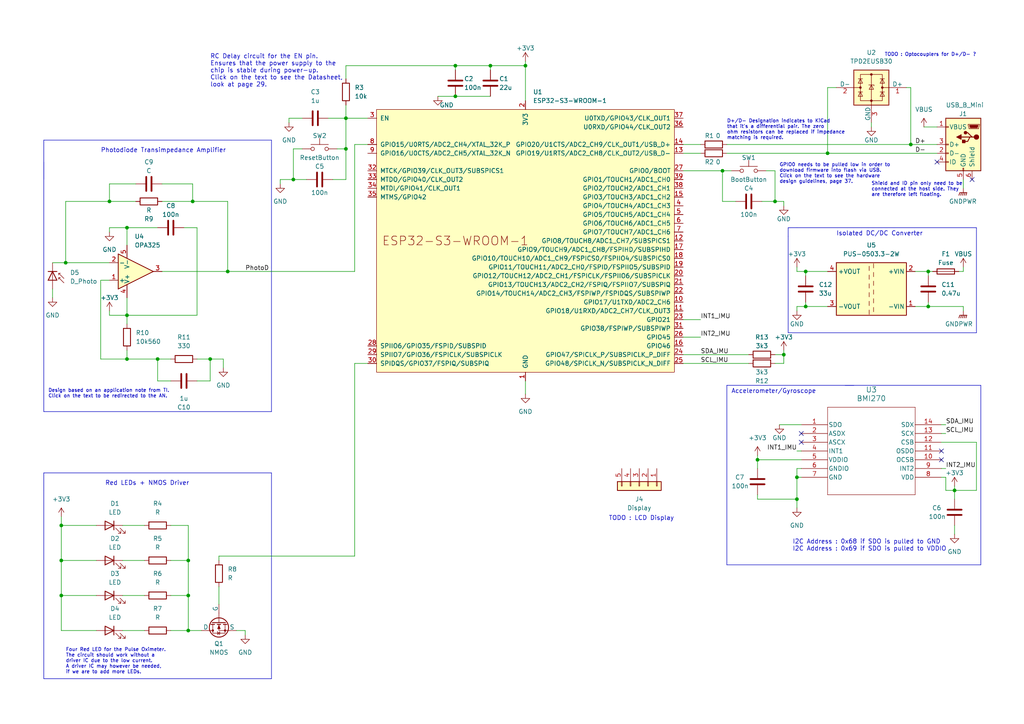
<source format=kicad_sch>
(kicad_sch (version 20230121) (generator eeschema)
  (paper "A4")
  (title_block (title "BioSensorBox Project") (date "2023-11-23") (rev "1.0") (company "Jad Haidamous"))
  (lib_symbols
    (symbol "Connector:USB_B_Mini" (pin_names (offset 1.016))
      (property "Reference" "J" (at -5.08 11.43 0))
      (property "Value" "USB_B_Mini" (at -5.08 8.89 0))
      (symbol "USB_B_Mini_0_1"
        (rectangle (start -5.08 -7.62) (end 5.08 7.62) (stroke (width 0.254)) (fill (type background)))
        (circle (center -3.81 2.159) (radius 0.635) (stroke (width 0.254)) (fill (type outline)))
        (circle (center -0.635 3.429) (radius 0.381) (stroke (width 0.254)) (fill (type outline)))
        (rectangle (start -0.127 -7.62) (end 0.127 -6.858))
        (polyline (pts (xy -1.905 2.159) (xy 0.635 2.159)) (stroke (width 0.254)))
        (polyline (pts (xy -3.175 2.159) (xy -2.54 2.159) (xy -1.27 3.429) (xy -0.635 3.429)) (stroke (width 0.254)))
        (polyline (pts (xy -2.54 2.159) (xy -1.905 2.159) (xy -1.27 0.889) (xy 0 0.889)) (stroke (width 0.254)))
        (polyline (pts (xy 0.635 2.794) (xy 0.635 1.524) (xy 1.905 2.159) (xy 0.635 2.794)) (stroke (width 0.254)) (fill (type outline)))
        (polyline (pts (xy -4.318 5.588) (xy -1.778 5.588) (xy -2.032 4.826) (xy -4.064 4.826) (xy -4.318 5.588)) (fill (type outline)))
        (polyline (pts (xy -4.699 5.842) (xy -4.699 5.588) (xy -4.445 4.826) (xy -4.445 4.572) (xy -1.651 4.572) (xy -1.651 4.826) (xy -1.397 5.588) (xy -1.397 5.842) (xy -4.699 5.842)))
        (rectangle (start 0.254 1.27) (end -0.508 0.508) (stroke (width 0.254)) (fill (type outline)))
        (rectangle (start 5.08 -5.207) (end 4.318 -4.953))
        (rectangle (start 5.08 -2.667) (end 4.318 -2.413))
        (rectangle (start 5.08 -0.127) (end 4.318 0.127))
        (rectangle (start 5.08 4.953) (end 4.318 5.207))
      )
      (symbol "USB_B_Mini_1_1"
        (pin power_out line (at 7.62 5.08 180) (length 2.54) (name "VBUS") (number "1"))
        (pin bidirectional line (at 7.62 -2.54 180) (length 2.54) (name "D-") (number "2"))
        (pin bidirectional line (at 7.62 0 180) (length 2.54) (name "D+") (number "3"))
        (pin passive line (at 7.62 -5.08 180) (length 2.54) (name "ID") (number "4"))
        (pin power_out line (at 0 -10.16 90) (length 2.54) (name "GND") (number "5"))
        (pin passive line (at -2.54 -10.16 90) (length 2.54) (name "Shield") (number "6"))
      )
    )
    (symbol "Connector_Generic:Conn_01x05" (pin_names (offset 1.016) hide)
      (property "Reference" "J" (at 0 7.62 0))
      (property "Value" "Conn_01x05" (at 0 -7.62 0))
      (symbol "Conn_01x05_1_1"
        (rectangle (start -1.27 -4.953) (end 0 -5.207) (stroke (width 0.1524)))
        (rectangle (start -1.27 -2.413) (end 0 -2.667) (stroke (width 0.1524)))
        (rectangle (start -1.27 0.127) (end 0 -0.127) (stroke (width 0.1524)))
        (rectangle (start -1.27 2.667) (end 0 2.413) (stroke (width 0.1524)))
        (rectangle (start -1.27 5.207) (end 0 4.953) (stroke (width 0.1524)))
        (rectangle (start -1.27 6.35) (end 1.27 -6.35) (stroke (width 0.254)) (fill (type background)))
        (pin passive line (at -5.08 5.08 0) (length 3.81) (name "Pin_1") (number "1"))
        (pin passive line (at -5.08 2.54 0) (length 3.81) (name "Pin_2") (number "2"))
        (pin passive line (at -5.08 0 0) (length 3.81) (name "Pin_3") (number "3"))
        (pin passive line (at -5.08 -2.54 0) (length 3.81) (name "Pin_4") (number "4"))
        (pin passive line (at -5.08 -5.08 0) (length 3.81) (name "Pin_5") (number "5"))
      )
    )
    (symbol "Device:C" (pin_numbers hide) (pin_names (offset 0.254))
      (property "Reference" "C" (at 0.635 2.54 0))
      (property "Value" "C" (at 0.635 -2.54 0))
      (symbol "C_0_1"
        (polyline (pts (xy -2.032 -0.762) (xy 2.032 -0.762)) (stroke (width 0.508)))
        (polyline (pts (xy -2.032 0.762) (xy 2.032 0.762)) (stroke (width 0.508)))
      )
      (symbol "C_1_1"
        (pin passive line (at 0 3.81 270) (length 2.794) (name "~") (number "1"))
        (pin passive line (at 0 -3.81 90) (length 2.794) (name "~") (number "2"))
      )
    )
    (symbol "Device:D_Photo" (pin_numbers hide) (pin_names hide)
      (property "Reference" "D" (at 0.508 1.778 0))
      (property "Value" "D_Photo" (at -1.016 -2.794 0))
      (symbol "D_Photo_0_1"
        (polyline (pts (xy -2.54 1.27) (xy -2.54 -1.27)) (stroke (width 0.254)))
        (polyline (pts (xy -2.032 1.778) (xy -1.524 1.778)))
        (polyline (pts (xy 0 0) (xy -2.54 0)))
        (polyline (pts (xy -0.508 3.302) (xy -2.032 1.778) (xy -2.032 2.286)))
        (polyline (pts (xy 0 -1.27) (xy 0 1.27) (xy -2.54 0) (xy 0 -1.27)) (stroke (width 0.254)))
        (polyline (pts (xy 0.762 3.302) (xy -0.762 1.778) (xy -0.762 2.286) (xy -0.762 1.778) (xy -0.254 1.778)))
      )
      (symbol "D_Photo_1_1"
        (pin passive line (at -5.08 0 0) (length 2.54) (name "K") (number "1"))
        (pin passive line (at 2.54 0 180) (length 2.54) (name "A") (number "2"))
      )
    )
    (symbol "Device:Fuse" (pin_numbers hide) (pin_names (offset 0))
      (property "Reference" "F" (at 2.032 0 90))
      (property "Value" "Fuse" (at -1.905 0 90))
      (symbol "Fuse_0_1"
        (rectangle (start -0.762 -2.54) (end 0.762 2.54) (stroke (width 0.254)))
        (polyline (pts (xy 0 2.54) (xy 0 -2.54)))
      )
      (symbol "Fuse_1_1"
        (pin passive line (at 0 3.81 270) (length 1.27) (name "~") (number "1"))
        (pin passive line (at 0 -3.81 90) (length 1.27) (name "~") (number "2"))
      )
    )
    (symbol "Device:LED" (pin_numbers hide) (pin_names (offset 1.016) hide)
      (property "Reference" "D" (at 0 2.54 0))
      (property "Value" "LED" (at 0 -2.54 0))
      (symbol "LED_0_1"
        (polyline (pts (xy -1.27 -1.27) (xy -1.27 1.27)) (stroke (width 0.254)))
        (polyline (pts (xy -1.27 0) (xy 1.27 0)))
        (polyline (pts (xy 1.27 -1.27) (xy 1.27 1.27) (xy -1.27 0) (xy 1.27 -1.27)) (stroke (width 0.254)))
        (polyline (pts (xy -3.048 -0.762) (xy -4.572 -2.286) (xy -3.81 -2.286) (xy -4.572 -2.286) (xy -4.572 -1.524)))
        (polyline (pts (xy -1.778 -0.762) (xy -3.302 -2.286) (xy -2.54 -2.286) (xy -3.302 -2.286) (xy -3.302 -1.524)))
      )
      (symbol "LED_1_1"
        (pin passive line (at -3.81 0 0) (length 2.54) (name "K") (number "1"))
        (pin passive line (at 3.81 0 180) (length 2.54) (name "A") (number "2"))
      )
    )
    (symbol "Device:R" (pin_numbers hide) (pin_names (offset 0))
      (property "Reference" "R" (at 2.032 0 90))
      (property "Value" "R" (at 0 0 90))
      (symbol "R_0_1"
        (rectangle (start -1.016 -2.54) (end 1.016 2.54) (stroke (width 0.254)))
      )
      (symbol "R_1_1"
        (pin passive line (at 0 3.81 270) (length 1.27) (name "~") (number "1"))
        (pin passive line (at 0 -3.81 90) (length 1.27) (name "~") (number "2"))
      )
    )
    (symbol "PCM_Espressif:ESP32-S3-WROOM-1" (pin_names (offset 1.016))
      (property "Reference" "U" (at -43.18 43.18 0))
      (property "Value" "ESP32-S3-WROOM-1" (at -43.18 40.64 0))
      (symbol "ESP32-S3-WROOM-1_0_0"
        (text "ESP32-S3-WROOM-1" (at -20.32 0 0) (effects (font (size 2.54 2.54))))
        (pin power_in line (at 0 -40.64 90) (length 2.54) (name "GND") (number "1"))
        (pin bidirectional line (at 45.72 -17.78 180) (length 2.54) (name "GPIO17/U1TXD/ADC2_CH6") (number "10"))
        (pin bidirectional line (at 45.72 -20.32 180) (length 2.54) (name "GPIO18/U1RXD/ADC2_CH7/CLK_OUT3") (number "11"))
        (pin bidirectional line (at 45.72 0 180) (length 2.54) (name "GPIO8/TOUCH8/ADC1_CH7/SUBSPICS1") (number "12"))
        (pin bidirectional line (at 45.72 25.4 180) (length 2.54) (name "GPIO19/U1RTS/ADC2_CH8/CLK_OUT2/USB_D-") (number "13"))
        (pin bidirectional line (at 45.72 27.94 180) (length 2.54) (name "GPIO20/U1CTS/ADC2_CH9/CLK_OUT1/USB_D+") (number "14"))
        (pin bidirectional line (at 45.72 12.7 180) (length 2.54) (name "GPIO3/TOUCH3/ADC1_CH2") (number "15"))
        (pin bidirectional line (at 45.72 -30.48 180) (length 2.54) (name "GPIO46") (number "16"))
        (pin bidirectional line (at 45.72 -2.54 180) (length 2.54) (name "GPIO9/TOUCH9/ADC1_CH8/FSPIHD/SUBSPIHD") (number "17"))
        (pin bidirectional line (at 45.72 -5.08 180) (length 2.54) (name "GPIO10/TOUCH10/ADC1_CH9/FSPICS0/FSPIIO4/SUBSPICS0") (number "18"))
        (pin bidirectional line (at 45.72 -7.62 180) (length 2.54) (name "GPIO11/TOUCH11/ADC2_CH0/FSPID/FSPIIO5/SUBSPID") (number "19"))
        (pin power_in line (at 0 40.64 270) (length 2.54) (name "3V3") (number "2"))
        (pin bidirectional line (at 45.72 -10.16 180) (length 2.54) (name "GPIO12/TOUCH12/ADC2_CH1/FSPICLK/FSPIIO6/SUBSPICLK") (number "20"))
        (pin bidirectional line (at 45.72 -12.7 180) (length 2.54) (name "GPIO13/TOUCH13/ADC2_CH2/FSPIQ/FSPIIO7/SUBSPIQ") (number "21"))
        (pin bidirectional line (at 45.72 -15.24 180) (length 2.54) (name "GPIO14/TOUCH14/ADC2_CH3/FSPIWP/FSPIDQS/SUBSPIWP") (number "22"))
        (pin bidirectional line (at 45.72 -22.86 180) (length 2.54) (name "GPIO21") (number "23"))
        (pin bidirectional line (at 45.72 -33.02 180) (length 2.54) (name "GPIO47/SPICLK_P/SUBSPICLK_P_DIFF") (number "24"))
        (pin bidirectional line (at 45.72 -35.56 180) (length 2.54) (name "GPIO48/SPICLK_N/SUBSPICLK_N_DIFF") (number "25"))
        (pin bidirectional line (at 45.72 -27.94 180) (length 2.54) (name "GPIO45") (number "26"))
        (pin bidirectional line (at 45.72 20.32 180) (length 2.54) (name "GPIO0/BOOT") (number "27"))
        (pin bidirectional line (at -45.72 -30.48 0) (length 2.54) (name "SPIIO6/GPIO35/FSPID/SUBSPID") (number "28"))
        (pin bidirectional line (at -45.72 -33.02 0) (length 2.54) (name "SPIIO7/GPIO36/FSPICLK/SUBSPICLK") (number "29"))
        (pin input line (at -45.72 35.56 0) (length 2.54) (name "EN") (number "3"))
        (pin bidirectional line (at -45.72 -35.56 0) (length 2.54) (name "SPIDQS/GPIO37/FSPIQ/SUBSPIQ") (number "30"))
        (pin bidirectional line (at 45.72 -25.4 180) (length 2.54) (name "GPIO38/FSPIWP/SUBSPIWP") (number "31"))
        (pin bidirectional line (at -45.72 20.32 0) (length 2.54) (name "MTCK/GPIO39/CLK_OUT3/SUBSPICS1") (number "32"))
        (pin bidirectional line (at -45.72 17.78 0) (length 2.54) (name "MTDO/GPIO40/CLK_OUT2") (number "33"))
        (pin bidirectional line (at -45.72 15.24 0) (length 2.54) (name "MTDI/GPIO41/CLK_OUT1") (number "34"))
        (pin bidirectional line (at -45.72 12.7 0) (length 2.54) (name "MTMS/GPIO42") (number "35"))
        (pin bidirectional line (at 45.72 33.02 180) (length 2.54) (name "U0RXD/GPIO44/CLK_OUT2") (number "36"))
        (pin bidirectional line (at 45.72 35.56 180) (length 2.54) (name "U0TXD/GPIO43/CLK_OUT1") (number "37"))
        (pin bidirectional line (at 45.72 15.24 180) (length 2.54) (name "GPIO2/TOUCH2/ADC1_CH1") (number "38"))
        (pin bidirectional line (at 45.72 17.78 180) (length 2.54) (name "GPIO1/TOUCH1/ADC1_CH0") (number "39"))
        (pin bidirectional line (at 45.72 10.16 180) (length 2.54) (name "GPIO4/TOUCH4/ADC1_CH3") (number "4"))
        (pin passive line (at 0 -40.64 90) (length 2.54) hide (name "GND") (number "40"))
        (pin passive line (at 0 -40.64 90) (length 2.54) hide (name "GND") (number "41"))
        (pin bidirectional line (at 45.72 7.62 180) (length 2.54) (name "GPIO5/TOUCH5/ADC1_CH4") (number "5"))
        (pin bidirectional line (at 45.72 5.08 180) (length 2.54) (name "GPIO6/TOUCH6/ADC1_CH5") (number "6"))
        (pin bidirectional line (at 45.72 2.54 180) (length 2.54) (name "GPIO7/TOUCH7/ADC1_CH6") (number "7"))
        (pin bidirectional line (at -45.72 27.94 0) (length 2.54) (name "GPIO15/U0RTS/ADC2_CH4/XTAL_32K_P") (number "8"))
        (pin bidirectional line (at -45.72 25.4 0) (length 2.54) (name "GPIO16/U0CTS/ADC2_CH5/XTAL_32K_N") (number "9"))
      )
      (symbol "ESP32-S3-WROOM-1_0_1"
        (rectangle (start -43.18 38.1) (end 43.18 -38.1) (fill (type background)))
      )
    )
    (symbol "Power_Protection:TPD2EUSB30" (pin_names (offset 0))
      (property "Reference" "U" (at 0 6.35 0))
      (property "Value" "TPD2EUSB30" (at 7.62 -7.62 0))
      (symbol "TPD2EUSB30_0_1"
        (rectangle (start -5.08 5.08) (end 5.08 -5.08) (stroke (width 0.254)) (fill (type background)))
        (circle (center -3.175 0) (radius 0.2794) (fill (type outline)))
        (rectangle (start -3.175 3.81) (end 3.175 -3.81))
        (circle (center 0 -3.81) (radius 0.2794) (fill (type outline)))
        (polyline (pts (xy -5.08 0) (xy -3.175 0)))
        (polyline (pts (xy -3.81 -1.27) (xy -2.54 -1.27)))
        (polyline (pts (xy -3.81 2.54) (xy -2.54 2.54)))
        (polyline (pts (xy 0 3.81) (xy 0 -5.08)))
        (polyline (pts (xy 2.54 -1.27) (xy 3.81 -1.27)))
        (polyline (pts (xy 2.54 2.54) (xy 3.81 2.54)))
        (polyline (pts (xy 5.08 0) (xy 3.175 0)))
        (polyline (pts (xy 0.762 0.762) (xy -0.762 0.762) (xy -0.762 0.508)))
        (polyline (pts (xy -2.54 -2.54) (xy -3.81 -2.54) (xy -3.175 -1.27) (xy -2.54 -2.54)))
        (polyline (pts (xy -2.54 1.27) (xy -3.81 1.27) (xy -3.175 2.54) (xy -2.54 1.27)))
        (polyline (pts (xy 0.635 -0.508) (xy -0.635 -0.508) (xy 0 0.762) (xy 0.635 -0.508)))
        (polyline (pts (xy 3.81 -2.54) (xy 2.54 -2.54) (xy 3.175 -1.27) (xy 3.81 -2.54)))
        (polyline (pts (xy 3.81 1.27) (xy 2.54 1.27) (xy 3.175 2.54) (xy 3.81 1.27)))
        (circle (center 0 3.81) (radius 0.2794) (fill (type outline)))
        (circle (center 3.175 0) (radius 0.2794) (fill (type outline)))
      )
      (symbol "TPD2EUSB30_1_1"
        (pin passive line (at -10.16 0 0) (length 5.08) (name "D+") (number "1"))
        (pin passive line (at 10.16 0 180) (length 5.08) (name "D-") (number "2"))
        (pin passive line (at 0 -10.16 90) (length 5.08) (name "GND") (number "3"))
      )
    )
    (symbol "Regulator_Switching:CRE1S0505S3C"
      (property "Reference" "U" (at -8.89 8.89 0))
      (property "Value" "CRE1S0505S3C" (at 2.54 8.89 0))
      (symbol "CRE1S0505S3C_0_1"
        (rectangle (start -10.16 7.62) (end 10.16 -7.62) (stroke (width 0.254)) (fill (type background)))
        (polyline (pts (xy -0.635 -5.334) (xy -0.635 -6.604)))
        (polyline (pts (xy -0.635 -2.794) (xy -0.635 -4.064)))
        (polyline (pts (xy -0.635 -0.254) (xy -0.635 -1.524)))
        (polyline (pts (xy -0.635 2.286) (xy -0.635 1.016)))
        (polyline (pts (xy -0.635 4.826) (xy -0.635 3.556)))
        (polyline (pts (xy -0.635 7.366) (xy -0.635 6.096)))
        (polyline (pts (xy 0.635 -7.366) (xy 0.635 -6.096)))
        (polyline (pts (xy 0.635 -4.826) (xy 0.635 -3.556)))
        (polyline (pts (xy 0.635 -2.286) (xy 0.635 -1.016)))
        (polyline (pts (xy 0.635 0.254) (xy 0.635 1.524)))
        (polyline (pts (xy 0.635 2.794) (xy 0.635 4.064)))
        (polyline (pts (xy 0.635 5.334) (xy 0.635 6.604)))
      )
      (symbol "CRE1S0505S3C_1_1"
        (pin power_in line (at -12.7 -5.08 0) (length 2.54) (name "-VIN") (number "1"))
        (pin power_in line (at -12.7 5.08 0) (length 2.54) (name "+VIN") (number "2"))
        (pin power_out line (at 12.7 -5.08 180) (length 2.54) (name "-VOUT") (number "3"))
        (pin power_out line (at 12.7 5.08 180) (length 2.54) (name "+VOUT") (number "4"))
      )
    )
    (symbol "Simulation_SPICE:NMOS" (pin_numbers hide) (pin_names (offset 0))
      (property "Reference" "Q" (at 5.08 1.27 0))
      (property "Value" "NMOS" (at 5.08 -1.27 0))
      (symbol "NMOS_0_1"
        (polyline (pts (xy 0.254 0) (xy -2.54 0)))
        (polyline (pts (xy 0.254 1.905) (xy 0.254 -1.905)) (stroke (width 0.254)))
        (polyline (pts (xy 0.762 -1.27) (xy 0.762 -2.286)) (stroke (width 0.254)))
        (polyline (pts (xy 0.762 0.508) (xy 0.762 -0.508)) (stroke (width 0.254)))
        (polyline (pts (xy 0.762 2.286) (xy 0.762 1.27)) (stroke (width 0.254)))
        (polyline (pts (xy 2.54 2.54) (xy 2.54 1.778)))
        (polyline (pts (xy 2.54 -2.54) (xy 2.54 0) (xy 0.762 0)))
        (polyline (pts (xy 0.762 -1.778) (xy 3.302 -1.778) (xy 3.302 1.778) (xy 0.762 1.778)))
        (polyline (pts (xy 1.016 0) (xy 2.032 0.381) (xy 2.032 -0.381) (xy 1.016 0)) (fill (type outline)))
        (polyline (pts (xy 2.794 0.508) (xy 2.921 0.381) (xy 3.683 0.381) (xy 3.81 0.254)))
        (polyline (pts (xy 3.302 0.381) (xy 2.921 -0.254) (xy 3.683 -0.254) (xy 3.302 0.381)))
        (circle (center 1.651 0) (radius 2.794) (stroke (width 0.254)))
        (circle (center 2.54 -1.778) (radius 0.254) (fill (type outline)))
        (circle (center 2.54 1.778) (radius 0.254) (fill (type outline)))
      )
      (symbol "NMOS_1_1"
        (pin passive line (at 2.54 5.08 270) (length 2.54) (name "D") (number "1"))
        (pin input line (at -5.08 0 0) (length 2.54) (name "G") (number "2"))
        (pin passive line (at 2.54 -5.08 90) (length 2.54) (name "S") (number "3"))
      )
    )
    (symbol "Simulation_SPICE:OPAMP" (pin_names (offset 0.254))
      (property "Reference" "U" (at 3.81 3.175 0))
      (property "Value" "${SIM.PARAMS}" (at 3.81 -3.175 0))
      (symbol "OPAMP_0_1"
        (polyline (pts (xy 5.08 0) (xy -5.08 5.08) (xy -5.08 -5.08) (xy 5.08 0)) (stroke (width 0.254)) (fill (type background)))
      )
      (symbol "OPAMP_1_1"
        (pin input line (at -7.62 2.54 0) (length 2.54) (name "+") (number "1"))
        (pin input line (at -7.62 -2.54 0) (length 2.54) (name "-") (number "2"))
        (pin output line (at 7.62 0 180) (length 2.54) (name "~") (number "3"))
        (pin power_in line (at -2.54 7.62 270) (length 3.81) (name "V+") (number "4"))
        (pin power_in line (at -2.54 -7.62 90) (length 3.81) (name "V-") (number "5"))
      )
    )
    (symbol "Switch:SW_Push" (pin_numbers hide) (pin_names (offset 1.016) hide)
      (property "Reference" "SW" (at 1.27 2.54 0))
      (property "Value" "SW_Push" (at 0 -1.524 0))
      (symbol "SW_Push_0_1"
        (circle (center -2.032 0) (radius 0.508))
        (polyline (pts (xy 0 1.27) (xy 0 3.048)))
        (polyline (pts (xy 2.54 1.27) (xy -2.54 1.27)))
        (circle (center 2.032 0) (radius 0.508))
        (pin passive line (at -5.08 0 0) (length 2.54) (name "1") (number "1"))
        (pin passive line (at 5.08 0 180) (length 2.54) (name "2") (number "2"))
      )
    )
    (symbol "UL_Bosch_IMU:BMI270" (pin_names (offset 0.254))
      (property "Reference" "U" (at 20.32 10.16 0))
      (property "Value" "BMI270" (at 20.32 7.62 0))
      (symbol "BMI270_0_1"
        (polyline (pts (xy 7.62 -20.32) (xy 33.02 -20.32)) (stroke (width 0.127)))
        (polyline (pts (xy 7.62 5.08) (xy 7.62 -20.32)) (stroke (width 0.127)))
        (polyline (pts (xy 33.02 -20.32) (xy 33.02 5.08)) (stroke (width 0.127)))
        (polyline (pts (xy 33.02 5.08) (xy 7.62 5.08)) (stroke (width 0.127)))
        (pin bidirectional line (at 0 0 0) (length 7.62) (name "SDO") (number "1"))
        (pin input line (at 40.64 -10.16 180) (length 7.62) (name "OCSB") (number "10"))
        (pin output line (at 40.64 -7.62 180) (length 7.62) (name "OSDO") (number "11"))
        (pin input line (at 40.64 -5.08 180) (length 7.62) (name "CSB") (number "12"))
        (pin input line (at 40.64 -2.54 180) (length 7.62) (name "SCX") (number "13"))
        (pin bidirectional line (at 40.64 0 180) (length 7.62) (name "SDX") (number "14"))
        (pin bidirectional line (at 0 -2.54 0) (length 7.62) (name "ASDX") (number "2"))
        (pin bidirectional line (at 0 -5.08 0) (length 7.62) (name "ASCX") (number "3"))
        (pin bidirectional line (at 0 -7.62 0) (length 7.62) (name "INT1") (number "4"))
        (pin power_in line (at 0 -10.16 0) (length 7.62) (name "VDDIO") (number "5"))
        (pin power_out line (at 0 -12.7 0) (length 7.62) (name "GNDIO") (number "6"))
        (pin power_out line (at 0 -15.24 0) (length 7.62) (name "GND") (number "7"))
        (pin power_in line (at 40.64 -15.24 180) (length 7.62) (name "VDD") (number "8"))
        (pin bidirectional line (at 40.64 -12.7 180) (length 7.62) (name "INT2") (number "9"))
      )
    )
    (symbol "power:+3V3" (power) (pin_names (offset 0))
      (property "Value" "+3V3" (at 0 3.556 0))
      (symbol "+3V3_0_1"
        (polyline (pts (xy -0.762 1.27) (xy 0 2.54)))
        (polyline (pts (xy 0 0) (xy 0 2.54)))
        (polyline (pts (xy 0 2.54) (xy 0.762 1.27)))
      )
      (symbol "+3V3_1_1"
        (pin power_in line (at 0 0 90) (length 0) hide (name "+3V3") (number "1"))
      )
    )
    (symbol "power:GND" (power) (pin_names (offset 0))
      (property "Value" "GND" (at 0 -3.81 0))
      (symbol "GND_0_1"
        (polyline (pts (xy 0 0) (xy 0 -1.27) (xy 1.27 -1.27) (xy 0 -2.54) (xy -1.27 -1.27) (xy 0 -1.27)))
      )
      (symbol "GND_1_1"
        (pin power_in line (at 0 0 270) (length 0) hide (name "GND") (number "1"))
      )
    )
    (symbol "power:GNDPWR" (power) (pin_names (offset 0))
      (property "Value" "GNDPWR" (at 0 -3.302 0))
      (symbol "GNDPWR_0_1"
        (polyline (pts (xy 0 -1.27) (xy 0 0)))
        (polyline (pts (xy -1.016 -1.27) (xy -1.27 -2.032) (xy -1.27 -2.032)) (stroke (width 0.2032)))
        (polyline (pts (xy -0.508 -1.27) (xy -0.762 -2.032) (xy -0.762 -2.032)) (stroke (width 0.2032)))
        (polyline (pts (xy 0 -1.27) (xy -0.254 -2.032) (xy -0.254 -2.032)) (stroke (width 0.2032)))
        (polyline (pts (xy 0.508 -1.27) (xy 0.254 -2.032) (xy 0.254 -2.032)) (stroke (width 0.2032)))
        (polyline (pts (xy 1.016 -1.27) (xy -1.016 -1.27) (xy -1.016 -1.27)) (stroke (width 0.2032)))
        (polyline (pts (xy 1.016 -1.27) (xy 0.762 -2.032) (xy 0.762 -2.032) (xy 0.762 -2.032)) (stroke (width 0.2032)))
      )
      (symbol "GNDPWR_1_1"
        (pin power_in line (at 0 0 270) (length 0) hide (name "GNDPWR") (number "1"))
      )
    )
    (symbol "power:VBUS" (power) (pin_names (offset 0))
      (property "Value" "VBUS" (at 0 3.81 0))
      (symbol "VBUS_0_1"
        (polyline (pts (xy -0.762 1.27) (xy 0 2.54)))
        (polyline (pts (xy 0 0) (xy 0 2.54)))
        (polyline (pts (xy 0 2.54) (xy 0.762 1.27)))
      )
      (symbol "VBUS_1_1"
        (pin power_in line (at 0 0 90) (length 0) hide (name "VBUS") (number "1"))
      )
    )
  )
  (junction (at 100.33 43.18))
  (junction (at 36.83 104.14))
  (junction (at 19.05 76.2))
  (junction (at 233.68 78.74))
  (junction (at 85.09 52.07))
  (junction (at 227.33 102.87))
  (junction (at 36.83 66.04))
  (junction (at 224.79 58.42))
  (junction (at 152.4 19.05))
  (junction (at 209.55 49.53))
  (junction (at 269.24 88.9))
  (junction (at 231.14 138.43))
  (junction (at 17.78 152.4))
  (junction (at 233.68 88.9))
  (junction (at 31.75 58.42))
  (junction (at 132.08 27.94))
  (junction (at 17.78 162.56))
  (junction (at 269.24 78.74))
  (junction (at 142.24 19.05))
  (junction (at 55.88 58.42))
  (junction (at 60.96 104.14))
  (junction (at 264.16 41.91))
  (junction (at 276.86 142.24))
  (junction (at 54.61 172.72))
  (junction (at 54.61 182.88))
  (junction (at 45.72 104.14))
  (junction (at 54.61 162.56))
  (junction (at 17.78 172.72))
  (junction (at 132.08 19.05))
  (junction (at 66.04 78.74))
  (junction (at 219.71 133.35))
  (junction (at 240.03 44.45))
  (junction (at 100.33 34.29))
  (junction (at 36.83 91.44))
  (junction (at 231.14 144.78))
  (no_connect (at 273.05 133.35))
  (no_connect (at 232.41 128.27))
  (no_connect (at 281.94 52.07))
  (no_connect (at 232.41 125.73))
  (no_connect (at 273.05 130.81))
  (no_connect (at 271.78 46.99))
  (wire (pts (xy 46.99 78.74) (xy 66.04 78.74)))
  (wire (pts (xy 264.16 41.91) (xy 271.78 41.91)))
  (wire (pts (xy 224.79 105.41) (xy 227.33 105.41)))
  (wire (pts (xy 31.75 90.17) (xy 31.75 91.44)))
  (wire (pts (xy 100.33 43.18) (xy 100.33 52.07)))
  (polyline (pts (xy 284.48 111.76) (xy 284.48 163.83)))
  (polyline (pts (xy 78.74 40.64) (xy 12.7 40.64)))
  (polyline (pts (xy 284.48 163.83) (xy 210.82 163.83)))
  (wire (pts (xy 27.94 152.4) (xy 17.78 152.4)))
  (wire (pts (xy 224.79 58.42) (xy 224.79 49.53)))
  (wire (pts (xy 46.99 53.34) (xy 55.88 53.34)))
  (wire (pts (xy 262.89 25.4) (xy 264.16 25.4)))
  (wire (pts (xy 265.43 88.9) (xy 269.24 88.9)))
  (wire (pts (xy 127 27.94) (xy 132.08 27.94)))
  (wire (pts (xy 273.05 128.27) (xy 283.21 128.27)))
  (polyline (pts (xy 12.7 137.16) (xy 12.7 142.24)))
  (wire (pts (xy 142.24 19.05) (xy 152.4 19.05)))
  (wire (pts (xy 273.05 135.89) (xy 274.32 135.89)))
  (wire (pts (xy 29.21 104.14) (xy 36.83 104.14)))
  (wire (pts (xy 95.25 34.29) (xy 100.33 34.29)))
  (wire (pts (xy 273.05 125.73) (xy 274.32 125.73)))
  (wire (pts (xy 209.55 58.42) (xy 213.36 58.42)))
  (wire (pts (xy 240.03 44.45) (xy 271.78 44.45)))
  (wire (pts (xy 100.33 52.07) (xy 96.52 52.07)))
  (wire (pts (xy 88.9 52.07) (xy 85.09 52.07)))
  (wire (pts (xy 57.15 66.04) (xy 57.15 91.44)))
  (wire (pts (xy 19.05 58.42) (xy 19.05 76.2)))
  (wire (pts (xy 233.68 78.74) (xy 231.14 78.74)))
  (wire (pts (xy 15.24 76.2) (xy 19.05 76.2)))
  (wire (pts (xy 219.71 143.51) (xy 219.71 144.78)))
  (wire (pts (xy 54.61 162.56) (xy 49.53 162.56)))
  (wire (pts (xy 142.24 19.05) (xy 142.24 20.32)))
  (wire (pts (xy 233.68 88.9) (xy 240.03 88.9)))
  (wire (pts (xy 132.08 19.05) (xy 132.08 20.32)))
  (wire (pts (xy 53.34 66.04) (xy 57.15 66.04)))
  (wire (pts (xy 36.83 66.04) (xy 36.83 71.12)))
  (wire (pts (xy 36.83 91.44) (xy 36.83 93.98)))
  (wire (pts (xy 29.21 81.28) (xy 29.21 104.14)))
  (wire (pts (xy 85.09 52.07) (xy 81.28 52.07)))
  (wire (pts (xy 83.82 34.29) (xy 87.63 34.29)))
  (wire (pts (xy 231.14 138.43) (xy 231.14 144.78)))
  (wire (pts (xy 55.88 58.42) (xy 66.04 58.42)))
  (wire (pts (xy 60.96 110.49) (xy 60.96 104.14)))
  (wire (pts (xy 57.15 110.49) (xy 60.96 110.49)))
  (wire (pts (xy 240.03 78.74) (xy 233.68 78.74)))
  (wire (pts (xy 283.21 128.27) (xy 283.21 142.24)))
  (wire (pts (xy 36.83 86.36) (xy 36.83 91.44)))
  (wire (pts (xy 63.5 170.18) (xy 63.5 175.26)))
  (wire (pts (xy 219.71 133.35) (xy 219.71 135.89)))
  (wire (pts (xy 231.14 144.78) (xy 231.14 147.32)))
  (wire (pts (xy 152.4 110.49) (xy 152.4 114.3)))
  (wire (pts (xy 269.24 78.74) (xy 269.24 80.01)))
  (wire (pts (xy 100.33 19.05) (xy 132.08 19.05)))
  (polyline (pts (xy 78.74 196.85) (xy 78.74 137.16)))
  (polyline (pts (xy 78.74 119.38) (xy 78.74 40.64)))
  (polyline (pts (xy 210.82 163.83) (xy 210.82 111.76)))
  (wire (pts (xy 31.75 53.34) (xy 31.75 58.42)))
  (wire (pts (xy 55.88 53.34) (xy 55.88 58.42)))
  (polyline (pts (xy 12.7 40.64) (xy 12.7 52.07)))
  (wire (pts (xy 274.32 142.24) (xy 276.86 142.24)))
  (wire (pts (xy 233.68 87.63) (xy 233.68 88.9)))
  (wire (pts (xy 240.03 25.4) (xy 242.57 25.4)))
  (wire (pts (xy 54.61 152.4) (xy 49.53 152.4)))
  (polyline (pts (xy 12.7 196.85) (xy 78.74 196.85)))
  (wire (pts (xy 264.16 41.91) (xy 264.16 25.4)))
  (wire (pts (xy 17.78 172.72) (xy 27.94 172.72)))
  (wire (pts (xy 102.87 105.41) (xy 106.68 105.41)))
  (wire (pts (xy 273.05 123.19) (xy 274.32 123.19)))
  (wire (pts (xy 83.82 34.29) (xy 83.82 35.56)))
  (wire (pts (xy 152.4 17.78) (xy 152.4 19.05)))
  (wire (pts (xy 68.58 182.88) (xy 71.12 182.88)))
  (wire (pts (xy 15.24 83.82) (xy 15.24 86.36)))
  (wire (pts (xy 17.78 149.86) (xy 17.78 152.4)))
  (wire (pts (xy 198.12 97.79) (xy 203.2 97.79)))
  (wire (pts (xy 278.13 78.74) (xy 279.4 78.74)))
  (wire (pts (xy 276.86 142.24) (xy 276.86 144.78)))
  (wire (pts (xy 276.86 140.97) (xy 276.86 142.24)))
  (wire (pts (xy 198.12 41.91) (xy 203.2 41.91)))
  (wire (pts (xy 100.33 30.48) (xy 100.33 34.29)))
  (wire (pts (xy 41.91 162.56) (xy 35.56 162.56)))
  (wire (pts (xy 66.04 78.74) (xy 66.04 58.42)))
  (wire (pts (xy 49.53 182.88) (xy 54.61 182.88)))
  (wire (pts (xy 87.63 43.18) (xy 85.09 43.18)))
  (polyline (pts (xy 228.6 96.52) (xy 228.6 68.58)))
  (wire (pts (xy 102.87 41.91) (xy 102.87 78.74)))
  (wire (pts (xy 45.72 110.49) (xy 49.53 110.49)))
  (wire (pts (xy 54.61 182.88) (xy 58.42 182.88)))
  (wire (pts (xy 100.33 19.05) (xy 100.33 22.86)))
  (wire (pts (xy 219.71 133.35) (xy 232.41 133.35)))
  (wire (pts (xy 267.97 36.83) (xy 271.78 36.83)))
  (wire (pts (xy 45.72 66.04) (xy 36.83 66.04)))
  (polyline (pts (xy 78.74 137.16) (xy 12.7 137.16)))
  (polyline (pts (xy 210.82 111.76) (xy 247.65 111.76)))
  (wire (pts (xy 71.12 182.88) (xy 71.12 184.15)))
  (wire (pts (xy 81.28 52.07) (xy 81.28 53.34)))
  (wire (pts (xy 227.33 58.42) (xy 227.33 59.69)))
  (polyline (pts (xy 228.6 66.04) (xy 231.14 66.04)))
  (wire (pts (xy 19.05 58.42) (xy 31.75 58.42)))
  (wire (pts (xy 209.55 49.53) (xy 209.55 58.42)))
  (wire (pts (xy 198.12 44.45) (xy 203.2 44.45)))
  (polyline (pts (xy 231.14 66.04) (xy 283.21 66.04)))
  (wire (pts (xy 31.75 91.44) (xy 36.83 91.44)))
  (polyline (pts (xy 12.7 142.24) (xy 12.7 196.85)))
  (wire (pts (xy 41.91 172.72) (xy 35.56 172.72)))
  (wire (pts (xy 198.12 92.71) (xy 203.2 92.71)))
  (wire (pts (xy 283.21 142.24) (xy 276.86 142.24)))
  (wire (pts (xy 219.71 144.78) (xy 231.14 144.78)))
  (wire (pts (xy 227.33 101.6) (xy 227.33 102.87)))
  (wire (pts (xy 232.41 135.89) (xy 231.14 135.89)))
  (wire (pts (xy 226.06 123.19) (xy 232.41 123.19)))
  (wire (pts (xy 60.96 104.14) (xy 64.77 104.14)))
  (wire (pts (xy 85.09 52.07) (xy 85.09 43.18)))
  (wire (pts (xy 100.33 43.18) (xy 97.79 43.18)))
  (wire (pts (xy 279.4 77.47) (xy 279.4 78.74)))
  (wire (pts (xy 231.14 135.89) (xy 231.14 138.43)))
  (wire (pts (xy 36.83 66.04) (xy 31.75 66.04)))
  (wire (pts (xy 17.78 162.56) (xy 17.78 172.72)))
  (wire (pts (xy 17.78 152.4) (xy 17.78 162.56)))
  (polyline (pts (xy 283.21 66.04) (xy 283.21 96.52)))
  (wire (pts (xy 36.83 104.14) (xy 45.72 104.14)))
  (wire (pts (xy 279.4 88.9) (xy 279.4 90.17)))
  (wire (pts (xy 41.91 182.88) (xy 35.56 182.88)))
  (wire (pts (xy 102.87 105.41) (xy 102.87 161.29)))
  (wire (pts (xy 210.82 41.91) (xy 264.16 41.91)))
  (wire (pts (xy 209.55 49.53) (xy 212.09 49.53)))
  (wire (pts (xy 210.82 44.45) (xy 240.03 44.45)))
  (wire (pts (xy 231.14 138.43) (xy 232.41 138.43)))
  (polyline (pts (xy 245.11 111.76) (xy 284.48 111.76)))
  (wire (pts (xy 198.12 102.87) (xy 217.17 102.87)))
  (wire (pts (xy 36.83 91.44) (xy 57.15 91.44)))
  (wire (pts (xy 45.72 104.14) (xy 49.53 104.14)))
  (wire (pts (xy 231.14 130.81) (xy 232.41 130.81)))
  (wire (pts (xy 240.03 44.45) (xy 240.03 25.4)))
  (wire (pts (xy 231.14 88.9) (xy 231.14 90.17)))
  (wire (pts (xy 54.61 172.72) (xy 49.53 172.72)))
  (wire (pts (xy 152.4 19.05) (xy 152.4 29.21)))
  (wire (pts (xy 45.72 104.14) (xy 45.72 110.49)))
  (wire (pts (xy 265.43 78.74) (xy 269.24 78.74)))
  (wire (pts (xy 36.83 101.6) (xy 36.83 104.14)))
  (wire (pts (xy 231.14 77.47) (xy 231.14 78.74)))
  (wire (pts (xy 39.37 58.42) (xy 31.75 58.42)))
  (polyline (pts (xy 12.7 46.99) (xy 12.7 119.38)))
  (wire (pts (xy 227.33 105.41) (xy 227.33 102.87)))
  (wire (pts (xy 198.12 49.53) (xy 209.55 49.53)))
  (wire (pts (xy 252.73 35.56) (xy 252.73 36.83)))
  (wire (pts (xy 102.87 41.91) (xy 106.68 41.91)))
  (wire (pts (xy 39.37 53.34) (xy 31.75 53.34)))
  (wire (pts (xy 100.33 34.29) (xy 100.33 43.18)))
  (wire (pts (xy 54.61 172.72) (xy 54.61 162.56)))
  (wire (pts (xy 17.78 172.72) (xy 17.78 182.88)))
  (wire (pts (xy 233.68 88.9) (xy 231.14 88.9)))
  (wire (pts (xy 54.61 182.88) (xy 54.61 172.72)))
  (wire (pts (xy 274.32 142.24) (xy 274.32 138.43)))
  (wire (pts (xy 100.33 34.29) (xy 106.68 34.29)))
  (wire (pts (xy 269.24 78.74) (xy 270.51 78.74)))
  (wire (pts (xy 66.04 78.74) (xy 102.87 78.74)))
  (wire (pts (xy 64.77 104.14) (xy 64.77 106.68)))
  (wire (pts (xy 269.24 87.63) (xy 269.24 88.9)))
  (wire (pts (xy 63.5 161.29) (xy 63.5 162.56)))
  (wire (pts (xy 19.05 76.2) (xy 31.75 76.2)))
  (wire (pts (xy 132.08 19.05) (xy 142.24 19.05)))
  (wire (pts (xy 46.99 58.42) (xy 55.88 58.42)))
  (polyline (pts (xy 12.7 119.38) (xy 78.74 119.38)))
  (wire (pts (xy 198.12 105.41) (xy 217.17 105.41)))
  (wire (pts (xy 227.33 102.87) (xy 224.79 102.87)))
  (wire (pts (xy 17.78 182.88) (xy 27.94 182.88)))
  (wire (pts (xy 279.4 54.61) (xy 279.4 52.07)))
  (polyline (pts (xy 283.21 96.52) (xy 228.6 96.52)))
  (wire (pts (xy 41.91 152.4) (xy 35.56 152.4)))
  (wire (pts (xy 276.86 152.4) (xy 276.86 154.94)))
  (wire (pts (xy 31.75 66.04) (xy 31.75 67.31)))
  (wire (pts (xy 57.15 104.14) (xy 60.96 104.14)))
  (wire (pts (xy 27.94 162.56) (xy 17.78 162.56)))
  (wire (pts (xy 102.87 161.29) (xy 63.5 161.29)))
  (wire (pts (xy 269.24 88.9) (xy 279.4 88.9)))
  (wire (pts (xy 220.98 58.42) (xy 224.79 58.42)))
  (wire (pts (xy 132.08 27.94) (xy 142.24 27.94)))
  (polyline (pts (xy 228.6 66.04) (xy 228.6 68.58)))
  (wire (pts (xy 224.79 58.42) (xy 227.33 58.42)))
  (wire (pts (xy 31.75 81.28) (xy 29.21 81.28)))
  (wire (pts (xy 274.32 138.43) (xy 273.05 138.43)))
  (wire (pts (xy 54.61 162.56) (xy 54.61 152.4)))
  (wire (pts (xy 222.25 49.53) (xy 224.79 49.53)))
  (wire (pts (xy 233.68 78.74) (xy 233.68 80.01)))
  (wire (pts (xy 219.71 132.08) (xy 219.71 133.35)))
  (text "Red LEDs + NMOS Driver" (at 30.48 140.97 0) (effects (font (size 1.27 1.27)) (justify left bottom)))
  (text "Four Red LED for the Pulse Oximeter.\nThe circuit should work without a\ndriver IC due to the low current.\nA driver IC may however be needed,\nif we are to add more LEDs." (at 19.05 195.58 0) (effects (font (size 1 1)) (justify left bottom)))
  (text "Shield and ID pin only need to be\nconnected at the host side. They \nare therefore left floating." (at 252.73 57.15 0) (effects (font (size 1 1)) (justify left bottom)))
  (text "D+/D- Designation indicates to KiCad\nthat it's a differential pair. The zero\nohm resistors can be replaced if impedance\nmatching is required." (at 210.82 40.64 0) (effects (font (size 1 1)) (justify left bottom)))
  (text "Design based on an application note from TI.\nClick on the text to be redirected to the AN." (at 13.97 115.57 0) (effects (font (size 1 1)) (justify left bottom)))
  (text "I2C Address : 0x68 if SDO is pulled to GND\nI2C Address : 0x69 if SDO is pulled to VDDIO" (at 229.87 160.02 0) (effects (font (size 1.27 1.27)) (justify left bottom)))
  (text "GPIO0 needs to be pulled low in order to \ndownload firmware into flash via USB.\nClick on the text to see the hardware \ndesign guidelines, page 37." (at 226.06 53.34 0) (effects (font (size 1 1)) (justify left bottom)))
  (text "Photodiode Transimpedance Amplifier" (at 29.21 44.45 0) (effects (font (size 1.27 1.27)) (justify left bottom)))
  (text "TODO : Optocouplers for D+/D- ?" (at 256.54 16.51 0) (effects (font (size 1 1)) (justify left bottom)))
  (text "Isolated DC/DC Converter" (at 242.57 68.58 0) (effects (font (size 1.27 1.27)) (justify left bottom)))
  (text "TODO : LCD Display" (at 176.53 151.13 0) (effects (font (size 1.27 1.27)) (justify left bottom)))
  (text "RC Delay circuit for the EN pin.\nEnsures that the power supply to the\nchip is stable during power-up. \nClick on the text to see the Datasheet,\nlook at page 29." (at 60.96 25.4 0) (effects (font (size 1.27 1.27)) (justify left bottom)))
  (text "Accelerometer/Gyroscope" (at 212.09 114.3 0) (effects (font (size 1.27 1.27)) (justify left bottom)))
  (label "SCL_IMU" (at 203.2 105.41 0))
  (label "SDA_IMU" (at 203.2 102.87 0))
  (label "SDA_IMU" (at 274.32 123.19 0))
  (label "INT1_IMU" (at 203.2 92.71 0))
  (label "SCL_IMU" (at 274.32 125.73 0))
  (label "INT2_IMU" (at 274.32 135.89 0))
  (label "INT2_IMU" (at 203.2 97.79 0))
  (label "D+" (at 265.43 41.91 0))
  (label "D-" (at 265.43 44.45 0))
  (label "PhotoD" (at 71.12 78.74 0))
  (label "INT1_IMU" (at 231.14 130.81 180))
  (symbol (lib_id "Switch:SW_Push") (at 217.17 49.53 0) (mirror y) (unit 1)
    (property "Reference" "SW1" (at 217.17 45.72 0))
    (property "Value" "BootButton" (at 217.17 52.07 0))
  )
  (symbol (lib_id "Device:C") (at 233.68 83.82 0) (unit 1)
    (property "Reference" "C12" (at 237.49 82.55 0) (effects (justify left)))
    (property "Value" "33u" (at 237.49 85.09 0) (effects (justify left)))
  )
  (symbol (lib_id "power:GNDPWR") (at 279.4 54.61 0) (unit 1)
    (property "Reference" "#PWR024" (effects hide))
    (property "Value" "GNDPWR" (at 279.273 58.42 0))
  )
  (symbol (lib_id "Power_Protection:TPD2EUSB30") (at 252.73 25.4 0) (mirror y) (unit 1)
    (property "Reference" "U2" (at 252.73 15.24 0))
    (property "Value" "TPD2EUSB30" (at 252.73 17.78 0))
    (property "Footprint" "Package_TO_SOT_SMD:Texas_DRT-3" (effects hide))
    (property "Datasheet" "http://www.ti.com/lit/ds/symlink/tpd2eusb30a.pdf" (effects hide))
  )
  (symbol (lib_id "power:+3V3") (at 231.14 77.47 0) (unit 1)
    (property "Reference" "#PWR023" (effects hide))
    (property "Value" "+3V3" (at 231.14 73.66 0))
  )
  (symbol (lib_id "Switch:SW_Push") (at 92.71 43.18 0) (unit 1)
    (property "Reference" "SW2" (at 92.71 39.37 0))
    (property "Value" "ResetButton" (at 92.71 45.72 0))
  )
  (symbol (lib_id "power:+3V3") (at 152.4 17.78 0) (unit 1)
    (property "Reference" "#PWR04" (effects hide))
    (property "Value" "+3V3" (at 152.4 13.97 0))
  )
  (symbol (lib_id "power:GND") (at 83.82 35.56 0) (unit 1)
    (property "Reference" "#PWR06" (effects hide))
    (property "Value" "GND" (at 83.82 40.64 0))
  )
  (symbol (lib_id "power:GND") (at 127 27.94 0) (unit 1)
    (property "Reference" "#PWR05" (effects hide))
    (property "Value" "GND" (at 129.54 30.48 0))
  )
  (symbol (lib_id "power:GND") (at 64.77 106.68 0) (unit 1)
    (property "Reference" "#PWR020" (effects hide))
    (property "Value" "GND" (at 64.77 111.76 0))
  )
  (symbol (lib_id "Device:C") (at 43.18 53.34 90) (unit 1)
    (property "Reference" "C9" (at 43.18 46.99 90))
    (property "Value" "C" (at 43.18 49.53 90))
  )
  (symbol (lib_id "UL_Bosch_IMU:BMI270") (at 232.41 123.19 0) (unit 1)
    (property "Reference" "U3" (at 252.73 113.03 0) (effects (font (size 1.524 1.524))))
    (property "Value" "BMI270" (at 252.73 115.57 0) (effects (font (size 1.524 1.524))))
    (property "Datasheet" "https://www.bosch-sensortec.com/media/boschsensortec/downloads/datasheets/bst-bmi270-ds000.pdf" (effects hide))
  )
  (symbol (lib_id "Device:R") (at 45.72 172.72 270) (mirror x) (unit 1)
    (property "Reference" "R6" (at 45.72 166.37 90))
    (property "Value" "R" (at 45.72 168.91 90))
  )
  (symbol (lib_id "Device:R") (at 207.01 41.91 90) (unit 1)
    (property "Reference" "R1" (at 205.74 39.37 90))
    (property "Value" "0" (at 208.28 39.37 90))
  )
  (symbol (lib_id "PCM_Espressif:ESP32-S3-WROOM-1") (at 152.4 69.85 0) (unit 1)
    (property "Reference" "U1" (at 154.5941 26.67 0) (effects (justify left)))
    (property "Value" "ESP32-S3-WROOM-1" (at 154.5941 29.21 0) (effects (justify left)))
    (property "Footprint" "PCM_Espressif:ESP32-S3-WROOM-1" (effects hide))
    (property "Datasheet" "https://www.espressif.com/sites/default/files/documentation/esp32-s3-wroom-1_wroom-1u_datasheet_en.pdf" (effects hide))
  )
  (symbol (lib_id "Device:C") (at 276.86 148.59 0) (unit 1)
    (property "Reference" "C6" (at 273.05 147.32 0) (effects (justify right)))
    (property "Value" "100n" (at 274.32 149.86 0) (effects (justify right)))
  )
  (symbol (lib_id "Device:R") (at 45.72 182.88 270) (mirror x) (unit 1)
    (property "Reference" "R7" (at 45.72 176.53 90))
    (property "Value" "R" (at 45.72 179.07 90))
  )
  (symbol (lib_id "Device:R") (at 45.72 152.4 270) (mirror x) (unit 1)
    (property "Reference" "R4" (at 45.72 146.05 90))
    (property "Value" "R" (at 45.72 148.59 90))
  )
  (symbol (lib_id "Device:C") (at 142.24 24.13 0) (unit 1)
    (property "Reference" "C1" (at 144.78 22.86 0) (effects (justify left)))
    (property "Value" "22u" (at 144.78 25.4 0) (effects (justify left)))
  )
  (symbol (lib_id "power:+3V3") (at 219.71 132.08 0) (unit 1)
    (property "Reference" "#PWR012" (effects hide))
    (property "Value" "+3V3" (at 219.71 127 0))
  )
  (symbol (lib_id "Device:LED") (at 31.75 182.88 0) (mirror y) (unit 1)
    (property "Reference" "D4" (at 33.3375 176.53 0))
    (property "Value" "LED" (at 33.3375 179.07 0))
  )
  (symbol (lib_id "power:VBUS") (at 279.4 77.47 0) (unit 1)
    (property "Reference" "#PWR022" (effects hide))
    (property "Value" "VBUS" (at 279.4 73.66 0))
  )
  (symbol (lib_id "Simulation_SPICE:OPAMP") (at 39.37 78.74 0) (mirror x) (unit 1)
    (property "Reference" "U4" (at 39.0241 68.58 0) (effects (justify left)))
    (property "Value" "OPA325" (at 39.0241 71.12 0) (effects (justify left)))
    (property "Sim.Pins" "1=1 2=2 3=3 4=4 5=5" (effects hide))
    (property "Sim.Device" "SPICE" (effects hide))
    (property "Sim.Params" "type=\"X\" model=\"OPAMP\" lib=\"\"" (effects hide))
  )
  (symbol (lib_id "power:GND") (at 276.86 154.94 0) (unit 1)
    (property "Reference" "#PWR011" (effects hide))
    (property "Value" "GND" (at 276.86 160.02 0))
  )
  (symbol (lib_id "Device:C") (at 53.34 110.49 90) (unit 1)
    (property "Reference" "C10" (at 53.34 118.11 90))
    (property "Value" "1u" (at 53.34 115.57 90))
  )
  (symbol (lib_id "Connector_Generic:Conn_01x05") (at 185.42 140.97 270) (unit 1)
    (property "Reference" "J4" (at 185.42 144.78 90))
    (property "Value" "Display" (at 185.42 147.32 90))
  )
  (symbol (lib_id "Device:C") (at 217.17 58.42 270) (mirror x) (unit 1)
    (property "Reference" "C4" (at 217.17 54.61 90))
    (property "Value" "100n" (at 217.17 62.23 90))
  )
  (symbol (lib_id "Device:C") (at 91.44 34.29 90) (unit 1)
    (property "Reference" "C3" (at 91.44 26.67 90))
    (property "Value" "1u" (at 91.44 29.21 90))
  )
  (symbol (lib_id "power:GND") (at 31.75 67.31 0) (unit 1)
    (property "Reference" "#PWR018" (effects hide))
    (property "Value" "GND" (at 31.75 72.39 0))
  )
  (symbol (lib_id "power:+3V3") (at 31.75 90.17 0) (unit 1)
    (property "Reference" "#PWR019" (effects hide))
    (property "Value" "+3V3" (at 31.75 86.36 0))
  )
  (symbol (lib_id "Device:D_Photo") (at 15.24 81.28 270) (unit 1)
    (property "Reference" "D5" (at 20.32 79.0575 90) (effects (justify left)))
    (property "Value" "D_Photo" (at 20.32 81.5975 90) (effects (justify left)))
  )
  (symbol (lib_id "power:+3V3") (at 276.86 140.97 0) (unit 1)
    (property "Reference" "#PWR010" (effects hide))
    (property "Value" "+3V3" (at 276.86 137.16 0))
  )
  (symbol (lib_id "Device:C") (at 49.53 66.04 90) (unit 1)
    (property "Reference" "C8" (at 49.53 59.69 90))
    (property "Value" "100n" (at 49.53 62.23 90))
  )
  (symbol (lib_id "Device:LED") (at 31.75 152.4 0) (mirror y) (unit 1)
    (property "Reference" "D1" (at 33.3375 146.05 0))
    (property "Value" "LED" (at 33.3375 148.59 0))
  )
  (symbol (lib_id "power:GND") (at 231.14 147.32 0) (unit 1)
    (property "Reference" "#PWR013" (effects hide))
    (property "Value" "GND" (at 231.14 152.4 0))
  )
  (symbol (lib_id "Device:R") (at 220.98 105.41 90) (mirror x) (unit 1)
    (property "Reference" "R12" (at 220.98 110.49 90))
    (property "Value" "3k3" (at 220.98 107.95 90))
  )
  (symbol (lib_id "Device:C") (at 92.71 52.07 90) (unit 1)
    (property "Reference" "C5" (at 92.71 48.26 90))
    (property "Value" "100n" (at 92.71 55.88 90))
  )
  (symbol (lib_id "Device:R") (at 45.72 162.56 270) (mirror x) (unit 1)
    (property "Reference" "R5" (at 45.72 156.21 90))
    (property "Value" "R" (at 45.72 158.75 90))
  )
  (symbol (lib_id "Device:LED") (at 31.75 172.72 0) (mirror y) (unit 1)
    (property "Reference" "D3" (at 33.3375 166.37 0))
    (property "Value" "LED" (at 33.3375 168.91 0))
  )
  (symbol (lib_id "power:GND") (at 152.4 114.3 0) (unit 1)
    (property "Reference" "#PWR03" (effects hide))
    (property "Value" "GND" (at 152.4 119.38 0))
  )
  (symbol (lib_id "power:GND") (at 15.24 86.36 0) (unit 1)
    (property "Reference" "#PWR017" (effects hide))
    (property "Value" "GND" (at 15.24 91.44 0))
  )
  (symbol (lib_id "Device:R") (at 100.33 26.67 0) (unit 1)
    (property "Reference" "R3" (at 102.87 25.4 0) (effects (justify left)))
    (property "Value" "10k" (at 102.87 27.94 0) (effects (justify left)))
  )
  (symbol (lib_id "power:GND") (at 81.28 53.34 0) (mirror y) (unit 1)
    (property "Reference" "#PWR08" (effects hide))
    (property "Value" "GND" (at 81.28 58.42 0))
  )
  (symbol (lib_id "Device:C") (at 132.08 24.13 0) (unit 1)
    (property "Reference" "C2" (at 134.62 22.86 0) (effects (justify left)))
    (property "Value" "100n" (at 134.62 25.4 0) (effects (justify left)))
  )
  (symbol (lib_id "Connector:USB_B_Mini") (at 279.4 41.91 0) (mirror y) (unit 1)
    (property "Reference" "J1" (at 278.13 33.02 0) (effects (justify right)))
    (property "Value" "USB_B_Mini" (at 274.32 30.48 0) (effects (justify right)))
  )
  (symbol (lib_id "power:GND") (at 231.14 90.17 0) (unit 1)
    (property "Reference" "#PWR025" (effects hide))
    (property "Value" "GND" (at 231.14 93.98 0))
  )
  (symbol (lib_id "Device:R") (at 63.5 166.37 0) (unit 1)
    (property "Reference" "R8" (at 66.04 165.1 0) (effects (justify left)))
    (property "Value" "R" (at 66.04 167.64 0) (effects (justify left)))
  )
  (symbol (lib_id "Device:C") (at 219.71 139.7 0) (unit 1)
    (property "Reference" "C7" (at 215.9 138.43 0) (effects (justify right)))
    (property "Value" "100n" (at 217.17 140.97 0) (effects (justify right)))
  )
  (symbol (lib_id "power:GND") (at 252.73 36.83 0) (unit 1)
    (property "Reference" "#PWR09" (effects hide))
    (property "Value" "GND" (at 252.73 40.64 0))
  )
  (symbol (lib_id "Device:R") (at 43.18 58.42 90) (mirror x) (unit 1)
    (property "Reference" "R9" (at 43.18 63.5 90))
    (property "Value" "R" (at 43.18 60.96 90))
  )
  (symbol (lib_id "Device:R") (at 207.01 44.45 270) (unit 1)
    (property "Reference" "R2" (at 205.74 46.99 90))
    (property "Value" "0" (at 208.28 46.99 90))
  )
  (symbol (lib_id "Device:LED") (at 31.75 162.56 0) (mirror y) (unit 1)
    (property "Reference" "D2" (at 33.3375 156.21 0))
    (property "Value" "LED" (at 33.3375 158.75 0))
  )
  (symbol (lib_id "power:+3V3") (at 17.78 149.86 0) (mirror y) (unit 1)
    (property "Reference" "#PWR015" (effects hide))
    (property "Value" "+3V3" (at 17.78 144.78 0))
  )
  (symbol (lib_id "power:+3V3") (at 227.33 101.6 0) (unit 1)
    (property "Reference" "#PWR021" (effects hide))
    (property "Value" "+3V3" (at 227.33 97.79 0))
  )
  (symbol (lib_id "power:VBUS") (at 267.97 36.83 0) (unit 1)
    (property "Reference" "#PWR01" (effects hide))
    (property "Value" "VBUS" (at 267.97 31.75 0))
  )
  (symbol (lib_id "Device:R") (at 36.83 97.79 0) (unit 1)
    (property "Reference" "R10" (at 39.37 96.52 0) (effects (justify left)))
    (property "Value" "10k560" (at 39.37 99.06 0) (effects (justify left)))
  )
  (symbol (lib_id "Device:C") (at 269.24 83.82 0) (unit 1)
    (property "Reference" "C11" (at 273.05 82.55 0) (effects (justify left)))
    (property "Value" "0.47u" (at 273.05 85.09 0) (effects (justify left)))
  )
  (symbol (lib_id "power:GND") (at 71.12 184.15 0) (unit 1)
    (property "Reference" "#PWR016" (effects hide))
    (property "Value" "GND" (at 71.12 189.23 0))
  )
  (symbol (lib_id "power:GNDPWR") (at 279.4 90.17 0) (unit 1)
    (property "Reference" "#PWR02" (effects hide))
    (property "Value" "GNDPWR" (at 278.13 93.98 0))
  )
  (symbol (lib_id "Regulator_Switching:CRE1S0505S3C") (at 252.73 83.82 0) (mirror y) (unit 1)
    (property "Reference" "U5" (at 252.73 71.12 0))
    (property "Value" "PUS-0503.3-2W" (at 252.73 73.66 0))
    (property "Datasheet" "https://www.digikey.de/en/products/detail/diwell-electronics/PUS-0503-3-2W/16572002?s=N4IgTCBcDaIAoFUDKBaADAVjQZgHTZTAHUQBdAXyA" (effects hide))
  )
  (symbol (lib_id "Device:R") (at 220.98 102.87 90) (unit 1)
    (property "Reference" "R13" (at 220.98 97.79 90))
    (property "Value" "3k3" (at 220.98 100.33 90))
  )
  (symbol (lib_id "power:GND") (at 226.06 123.19 0) (unit 1)
    (property "Reference" "#PWR014" (effects hide))
    (property "Value" "GND" (at 226.06 127 0))
  )
  (symbol (lib_id "Device:R") (at 53.34 104.14 90) (unit 1)
    (property "Reference" "R11" (at 53.34 97.79 90))
    (property "Value" "330" (at 53.34 100.33 90))
  )
  (symbol (lib_id "Device:Fuse") (at 274.32 78.74 90) (unit 1)
    (property "Reference" "F1" (at 274.32 73.66 90))
    (property "Value" "Fuse" (at 274.32 76.2 90))
  )
  (symbol (lib_id "Simulation_SPICE:NMOS") (at 63.5 180.34 90) (mirror x) (unit 1)
    (property "Reference" "Q1" (at 63.5 186.69 90))
    (property "Value" "NMOS" (at 63.5 189.23 90))
    (property "Datasheet" "https://ngspice.sourceforge.io/docs/ngspice-manual.pdf" (effects hide))
    (property "Sim.Device" "NMOS" (effects hide))
    (property "Sim.Type" "VDMOS" (effects hide))
    (property "Sim.Pins" "1=D 2=G 3=S" (effects hide))
  )
  (symbol (lib_id "power:GND") (at 227.33 59.69 0) (unit 1)
    (property "Reference" "#PWR07" (effects hide))
    (property "Value" "GND" (at 227.33 63.5 0))
  )
)
</source>
